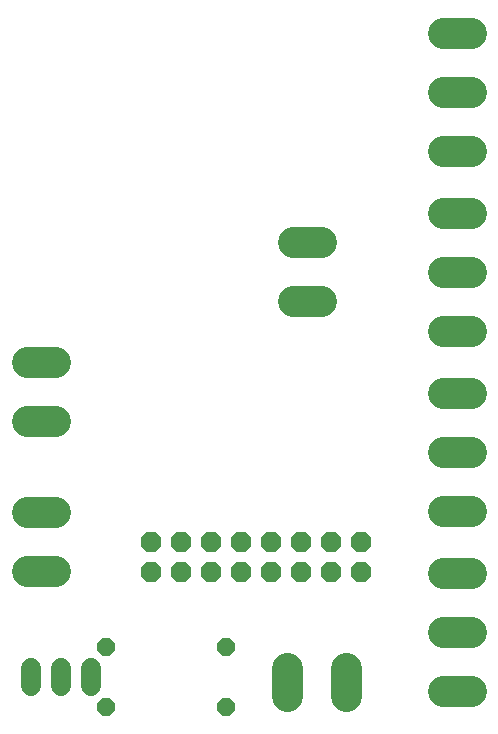
<source format=gts>
G75*
%MOIN*%
%OFA0B0*%
%FSLAX25Y25*%
%IPPOS*%
%LPD*%
%AMOC8*
5,1,8,0,0,1.08239X$1,22.5*
%
%ADD10C,0.10170*%
%ADD11OC8,0.06800*%
%ADD12C,0.06800*%
%ADD13OC8,0.06000*%
D10*
X0017213Y0059357D02*
X0026583Y0059357D01*
X0026583Y0079043D02*
X0017213Y0079043D01*
X0017213Y0109357D02*
X0026583Y0109357D01*
X0026583Y0129043D02*
X0017213Y0129043D01*
X0103827Y0027113D02*
X0103827Y0017743D01*
X0123512Y0017743D02*
X0123512Y0027113D01*
X0155756Y0019515D02*
X0165126Y0019515D01*
X0165126Y0039200D02*
X0155756Y0039200D01*
X0155756Y0058885D02*
X0165126Y0058885D01*
X0165126Y0079515D02*
X0155756Y0079515D01*
X0155756Y0099200D02*
X0165126Y0099200D01*
X0165126Y0118885D02*
X0155756Y0118885D01*
X0155756Y0139515D02*
X0165126Y0139515D01*
X0165126Y0159200D02*
X0155756Y0159200D01*
X0155756Y0178885D02*
X0165126Y0178885D01*
X0165126Y0199515D02*
X0155756Y0199515D01*
X0155756Y0219200D02*
X0165126Y0219200D01*
X0165126Y0238885D02*
X0155756Y0238885D01*
X0115126Y0169043D02*
X0105756Y0169043D01*
X0105756Y0149357D02*
X0115126Y0149357D01*
D11*
X0118669Y0069200D03*
X0118669Y0059200D03*
X0128669Y0059200D03*
X0128669Y0069200D03*
X0108669Y0069200D03*
X0108669Y0059200D03*
X0098669Y0059200D03*
X0098669Y0069200D03*
X0088669Y0069200D03*
X0088669Y0059200D03*
X0078669Y0059200D03*
X0078669Y0069200D03*
X0068669Y0069200D03*
X0068669Y0059200D03*
X0058669Y0059200D03*
X0058669Y0069200D03*
D12*
X0018669Y0027200D02*
X0018669Y0021200D01*
X0028669Y0021200D02*
X0028669Y0027200D01*
X0038669Y0027200D02*
X0038669Y0021200D01*
D13*
X0043669Y0014200D03*
X0043669Y0034200D03*
X0083669Y0034200D03*
X0083669Y0014200D03*
M02*

</source>
